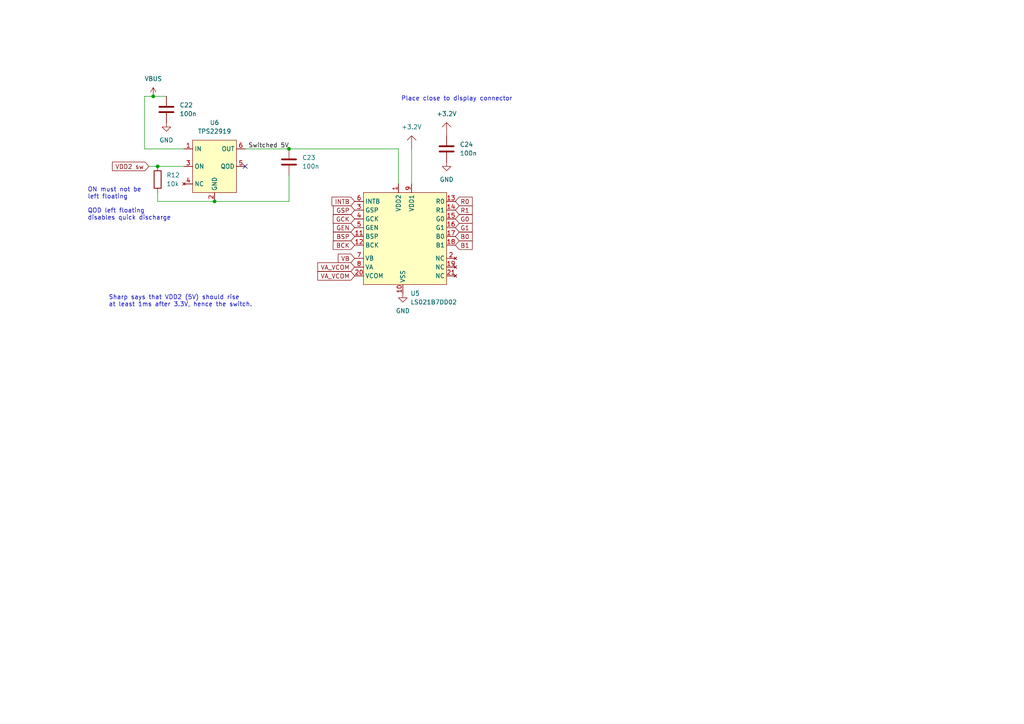
<source format=kicad_sch>
(kicad_sch (version 20231120) (generator "eeschema") (generator_version "8.0")
  (paper "A4")
  (lib_symbols
    (symbol "Device:C" (pin_numbers hide) (pin_names (offset 0.254))
      (property "Reference" "C" (at 0.635 2.54 0))
      (property "Value" "C" (at 0.635 -2.54 0))
      (symbol "C_0_1"
        (polyline (pts (xy -2.032 -0.762) (xy 2.032 -0.762)) (stroke (width 0.508)))
        (polyline (pts (xy -2.032 0.762) (xy 2.032 0.762)) (stroke (width 0.508)))
      )
      (symbol "C_1_1"
        (pin passive line (at 0 3.81 270) (length 2.794) (name "~") (number "1"))
        (pin passive line (at 0 -3.81 90) (length 2.794) (name "~") (number "2"))
      )
    )
    (symbol "Device:R" (pin_numbers hide) (pin_names (offset 0))
      (property "Reference" "R" (at 2.032 0 90))
      (property "Value" "R" (at 0 0 90))
      (symbol "R_0_1"
        (rectangle (start -1.016 -2.54) (end 1.016 2.54) (stroke (width 0.254)))
      )
      (symbol "R_1_1"
        (pin passive line (at 0 3.81 270) (length 1.27) (name "~") (number "1"))
        (pin passive line (at 0 -3.81 90) (length 1.27) (name "~") (number "2"))
      )
    )
    (symbol "power:GND" (power) (pin_numbers hide) (pin_names (offset 0) hide)
      (property "Value" "GND" (at 0 -3.81 0))
      (symbol "GND_0_1"
        (polyline (pts (xy 0 0) (xy 0 -1.27) (xy 1.27 -1.27) (xy 0 -2.54) (xy -1.27 -1.27) (xy 0 -1.27)))
      )
      (symbol "GND_1_1"
        (pin power_in line (at 0 0 270) (length 0) (name "~") (number "1"))
      )
    )
    (symbol "power:VBUS" (power) (pin_numbers hide) (pin_names (offset 0) hide)
      (property "Value" "VBUS" (at 0 3.556 0))
      (symbol "VBUS_0_1"
        (polyline (pts (xy -0.762 1.27) (xy 0 2.54)))
        (polyline (pts (xy 0 0) (xy 0 2.54)))
        (polyline (pts (xy 0 2.54) (xy 0.762 1.27)))
      )
      (symbol "VBUS_1_1"
        (pin power_in line (at 0 0 90) (length 0) (name "~") (number "1"))
      )
    )
    (symbol "sharpie-hw:+3.2V" (power)
      (property "Value" "+3.2V" (at 0 0 0))
      (symbol "+3.2V_0_1"
        (polyline (pts (xy 0 0) (xy 0 3.81) (xy -1.27 2.54) (xy 0 3.81) (xy 1.27 2.54)))
      )
      (symbol "+3.2V_1_1"
        (pin power_in line (at 0 0 90) (length 0) hide (name "+3.2V") (number "1"))
      )
    )
    (symbol "sharpie-hw:Sharp_LS021B7DD02"
      (property "Reference" "U" (at -11.43 13.97 0))
      (property "Value" "LS021B7DD02" (at 9.398 13.97 0))
      (symbol "Sharp_LS021B7DD02_1_1"
        (rectangle (start -12.7 12.7) (end 11.43 -13.97) (fill (type background)))
        (pin power_in line (at -2.54 15.24 270) (length 2.54) (name "VDD2") (number "1"))
        (pin power_out line (at -1.27 -16.51 90) (length 2.54) (name "VSS") (number "10"))
        (pin input line (at -15.24 0 0) (length 2.54) (name "BSP") (number "11"))
        (pin input line (at -15.24 -2.54 0) (length 2.54) (name "BCK") (number "12"))
        (pin input line (at 13.97 10.16 180) (length 2.54) (name "R0") (number "13"))
        (pin input line (at 13.97 7.62 180) (length 2.54) (name "R1") (number "14"))
        (pin input line (at 13.97 5.08 180) (length 2.54) (name "G0") (number "15"))
        (pin input line (at 13.97 2.54 180) (length 2.54) (name "G1") (number "16"))
        (pin input line (at 13.97 0 180) (length 2.54) (name "B0") (number "17"))
        (pin input line (at 13.97 -2.54 180) (length 2.54) (name "B1") (number "18"))
        (pin no_connect line (at 13.97 -8.89 180) (length 2.54) (name "NC") (number "19"))
        (pin no_connect line (at 13.97 -6.35 180) (length 2.54) (name "NC") (number "2"))
        (pin input line (at -15.24 -11.43 0) (length 2.54) (name "VCOM") (number "20"))
        (pin no_connect line (at 13.97 -11.43 180) (length 2.54) (name "NC") (number "21"))
        (pin input line (at -15.24 7.62 0) (length 2.54) (name "GSP") (number "3"))
        (pin input line (at -15.24 5.08 0) (length 2.54) (name "GCK") (number "4"))
        (pin input line (at -15.24 2.54 0) (length 2.54) (name "GEN") (number "5"))
        (pin input line (at -15.24 10.16 0) (length 2.54) (name "INTB") (number "6"))
        (pin input line (at -15.24 -6.35 0) (length 2.54) (name "VB") (number "7"))
        (pin input line (at -15.24 -8.89 0) (length 2.54) (name "VA") (number "8"))
        (pin power_in line (at 1.27 15.24 270) (length 2.54) (name "VDD1") (number "9"))
      )
    )
    (symbol "sharpie-hw:TPS22919"
      (property "Reference" "U" (at -5.334 8.636 0))
      (property "Value" "TPS22919" (at 5.08 8.636 0))
      (symbol "TPS22919_1_1"
        (rectangle (start -6.35 7.62) (end 6.35 -7.62) (fill (type background)))
        (pin power_in line (at -8.89 5.08 0) (length 2.54) (name "IN") (number "1"))
        (pin power_out line (at 0 -10.16 90) (length 2.54) (name "GND") (number "2"))
        (pin input line (at -8.89 0 0) (length 2.54) (name "ON") (number "3"))
        (pin no_connect line (at -8.89 -5.08 0) (length 2.54) (name "NC") (number "4"))
        (pin input line (at 8.89 0 180) (length 2.54) (name "QOD") (number "5"))
        (pin power_out line (at 8.89 5.08 180) (length 2.54) (name "OUT") (number "6"))
      )
    )
  )
  (junction (at 45.72 48.26))
  (junction (at 83.82 43.18))
  (junction (at 44.45 27.94))
  (junction (at 62.23 58.42))
  (no_connect (at 71.12 48.26))
  (wire (pts (xy 83.82 58.42) (xy 62.23 58.42)))
  (wire (pts (xy 53.34 43.18) (xy 41.91 43.18)))
  (wire (pts (xy 44.45 27.94) (xy 48.26 27.94)))
  (wire (pts (xy 115.57 53.34) (xy 115.57 43.18)))
  (wire (pts (xy 71.12 43.18) (xy 83.82 43.18)))
  (wire (pts (xy 83.82 50.8) (xy 83.82 58.42)))
  (wire (pts (xy 45.72 58.42) (xy 62.23 58.42)))
  (wire (pts (xy 45.72 55.88) (xy 45.72 58.42)))
  (wire (pts (xy 41.91 27.94) (xy 44.45 27.94)))
  (wire (pts (xy 45.72 48.26) (xy 53.34 48.26)))
  (wire (pts (xy 115.57 43.18) (xy 83.82 43.18)))
  (wire (pts (xy 43.18 48.26) (xy 45.72 48.26)))
  (wire (pts (xy 41.91 43.18) (xy 41.91 27.94)))
  (wire (pts (xy 119.38 43.18) (xy 119.38 53.34)))
  (text "Place close to display connector" (at 116.332 28.702 0) (effects (font (size 1.27 1.27)) (justify left)))
  (text "ON must not be \nleft floating\n\nQOD left floating\ndisables quick discharge" (at 25.4 59.182 0) (effects (font (size 1.27 1.27)) (justify left)))
  (text "Sharp says that VDD2 (5V) should rise\nat least 1ms after 3.3V, hence the switch." (at 31.496 87.376 0) (effects (font (size 1.27 1.27)) (justify left)))
  (label "Switched 5V" (at 83.82 43.18 180))
  (global_label "VA_VCOM" (shape input) (at 102.87 77.47 180) (property "Intersheetrefs" "${INTERSHEET_REFS}" (effects (hide yes))))
  (global_label "VDD2 sw" (shape input) (at 43.18 48.26 180) (property "Intersheetrefs" "${INTERSHEET_REFS}" (effects (hide yes))))
  (global_label "VA_VCOM" (shape input) (at 102.87 80.01 180) (property "Intersheetrefs" "${INTERSHEET_REFS}" (effects (hide yes))))
  (global_label "BCK" (shape input) (at 102.87 71.12 180) (property "Intersheetrefs" "${INTERSHEET_REFS}" (effects (hide yes))))
  (global_label "VB" (shape input) (at 102.87 74.93 180) (property "Intersheetrefs" "${INTERSHEET_REFS}" (effects (hide yes))))
  (global_label "GEN" (shape input) (at 102.87 66.04 180) (property "Intersheetrefs" "${INTERSHEET_REFS}" (effects (hide yes))))
  (global_label "B1" (shape input) (at 132.08 71.12 0) (property "Intersheetrefs" "${INTERSHEET_REFS}" (effects (hide yes))))
  (global_label "G0" (shape input) (at 132.08 63.5 0) (property "Intersheetrefs" "${INTERSHEET_REFS}" (effects (hide yes))))
  (global_label "R1" (shape input) (at 132.08 60.96 0) (property "Intersheetrefs" "${INTERSHEET_REFS}" (effects (hide yes))))
  (global_label "B0" (shape input) (at 132.08 68.58 0) (property "Intersheetrefs" "${INTERSHEET_REFS}" (effects (hide yes))))
  (global_label "BSP" (shape input) (at 102.87 68.58 180) (property "Intersheetrefs" "${INTERSHEET_REFS}" (effects (hide yes))))
  (global_label "INTB" (shape input) (at 102.87 58.42 180) (property "Intersheetrefs" "${INTERSHEET_REFS}" (effects (hide yes))))
  (global_label "GCK" (shape input) (at 102.87 63.5 180) (property "Intersheetrefs" "${INTERSHEET_REFS}" (effects (hide yes))))
  (global_label "GSP" (shape input) (at 102.87 60.96 180) (property "Intersheetrefs" "${INTERSHEET_REFS}" (effects (hide yes))))
  (global_label "R0" (shape input) (at 132.08 58.42 0) (property "Intersheetrefs" "${INTERSHEET_REFS}" (effects (hide yes))))
  (global_label "G1" (shape input) (at 132.08 66.04 0) (property "Intersheetrefs" "${INTERSHEET_REFS}" (effects (hide yes))))
  (symbol (lib_id "sharpie-hw:+3.2V") (at 129.54 39.37 0) (unit 1)
    (property "Reference" "#PWR044" (effects (hide yes)))
    (property "Value" "+3.2V" (at 129.54 33.02 0))
  )
  (symbol (lib_id "Device:C") (at 129.54 43.18 0) (unit 1)
    (property "Reference" "C24" (at 133.35 41.9099 0) (effects (justify left)))
    (property "Value" "100n" (at 133.35 44.4499 0) (effects (justify left)))
    (property "Description" "Unpolarized capacitor" (effects (hide yes)))
  )
  (symbol (lib_id "power:GND") (at 129.54 46.99 0) (unit 1)
    (property "Reference" "#PWR045" (effects (hide yes)))
    (property "Value" "GND" (at 129.54 52.07 0))
    (property "Description" "Power symbol creates a global label with name \"GND\" , ground" (effects (hide yes)))
  )
  (symbol (lib_id "Device:C") (at 83.82 46.99 0) (unit 1)
    (property "Reference" "C23" (at 87.63 45.7199 0) (effects (justify left)))
    (property "Value" "100n" (at 87.63 48.2599 0) (effects (justify left)))
    (property "Description" "Unpolarized capacitor" (effects (hide yes)))
  )
  (symbol (lib_id "power:VBUS") (at 44.45 27.94 0) (unit 1)
    (property "Reference" "#PWR042" (effects (hide yes)))
    (property "Value" "VBUS" (at 44.45 22.86 0))
    (property "Description" "Power symbol creates a global label with name \"VBUS\"" (effects (hide yes)))
  )
  (symbol (lib_id "Device:C") (at 48.26 31.75 0) (unit 1)
    (property "Reference" "C22" (at 52.07 30.4799 0) (effects (justify left)))
    (property "Value" "100n" (at 52.07 33.0199 0) (effects (justify left)))
    (property "Description" "Unpolarized capacitor" (effects (hide yes)))
  )
  (symbol (lib_id "sharpie-hw:Sharp_LS021B7DD02") (at 118.11 68.58 0) (unit 1)
    (property "Reference" "U5" (at 119.0341 85.09 0) (effects (justify left)))
    (property "Value" "LS021B7DD02" (at 119.0341 87.63 0) (effects (justify left)))
  )
  (symbol (lib_id "power:GND") (at 116.84 85.09 0) (unit 1)
    (property "Reference" "#PWR041" (effects (hide yes)))
    (property "Value" "GND" (at 116.84 90.17 0))
    (property "Description" "Power symbol creates a global label with name \"GND\" , ground" (effects (hide yes)))
  )
  (symbol (lib_id "sharpie-hw:TPS22919") (at 62.23 48.26 0) (unit 1)
    (property "Reference" "U6" (at 62.23 35.56 0))
    (property "Value" "TPS22919" (at 62.23 38.1 0))
  )
  (symbol (lib_id "power:GND") (at 48.26 35.56 0) (unit 1)
    (property "Reference" "#PWR043" (effects (hide yes)))
    (property "Value" "GND" (at 48.26 40.64 0))
    (property "Description" "Power symbol creates a global label with name \"GND\" , ground" (effects (hide yes)))
  )
  (symbol (lib_id "sharpie-hw:+3.2V") (at 119.38 43.18 0) (unit 1)
    (property "Reference" "#PWR040" (effects (hide yes)))
    (property "Value" "+3.2V" (at 119.38 36.83 0))
  )
  (symbol (lib_id "Device:R") (at 45.72 52.07 0) (unit 1)
    (property "Reference" "R12" (at 48.26 50.7999 0) (effects (justify left)))
    (property "Value" "10k" (at 48.26 53.3399 0) (effects (justify left)))
    (property "Description" "Resistor" (effects (hide yes)))
  )
)
</source>
